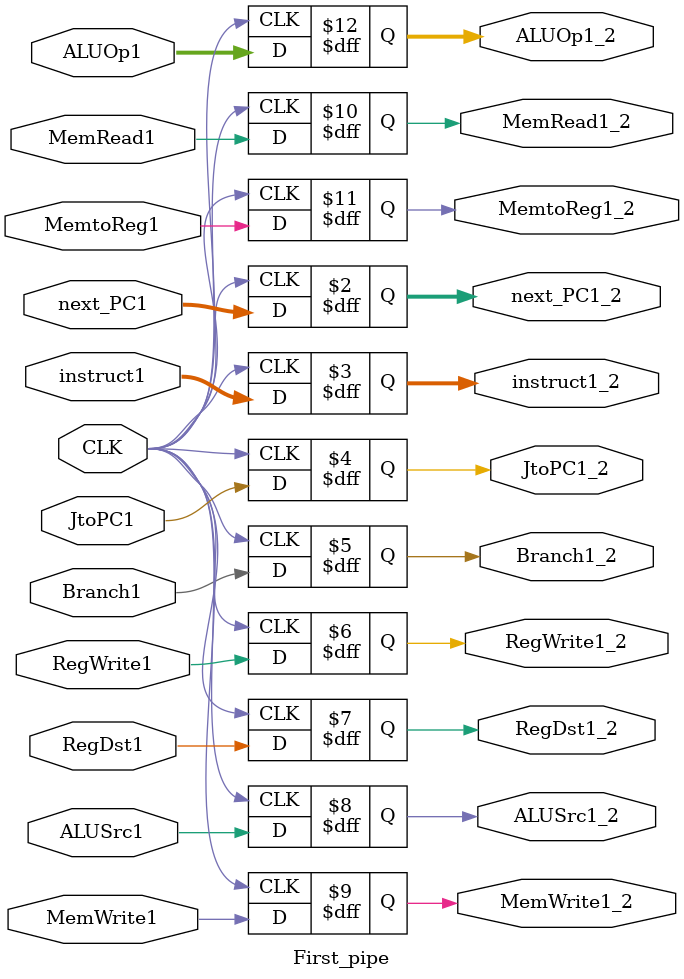
<source format=v>
module First_pipe(
  input CLK,
  input wire [31:0] next_PC1,
  input wire [31:0] instruct1,
  input wire JtoPC1,
  input wire Branch1,
  input wire RegWrite1,
  input wire RegDst1,
  input wire ALUSrc1,
  input wire MemWrite1,
  input wire MemRead1,
  input wire MemtoReg1,
  input wire [3:0] ALUOp1,

  output reg [31:0] next_PC1_2,
  output reg [31:0] instruct1_2,
  output reg JtoPC1_2,
  output reg Branch1_2,
  output reg RegWrite1_2,
  output reg RegDst1_2,
  output reg ALUSrc1_2,
  output reg MemWrite1_2,
  output reg MemRead1_2,
  output reg MemtoReg1_2,
  output reg [3:0] ALUOp1_2
);



always @(negedge CLK)
begin
  next_PC1_2 <= next_PC1;
  instruct1_2 <= instruct1;
  JtoPC1_2 <= JtoPC1;
  Branch1_2 <= Branch1;
  RegWrite1_2 <= RegWrite1;
  RegDst1_2 <= RegDst1;
  ALUSrc1_2 <= ALUSrc1;
  MemWrite1_2 <= MemWrite1;
  MemRead1_2 <= MemRead1;
  MemtoReg1_2 <= MemtoReg1;
  ALUOp1_2 <= ALUOp1;
end

endmodule

</source>
